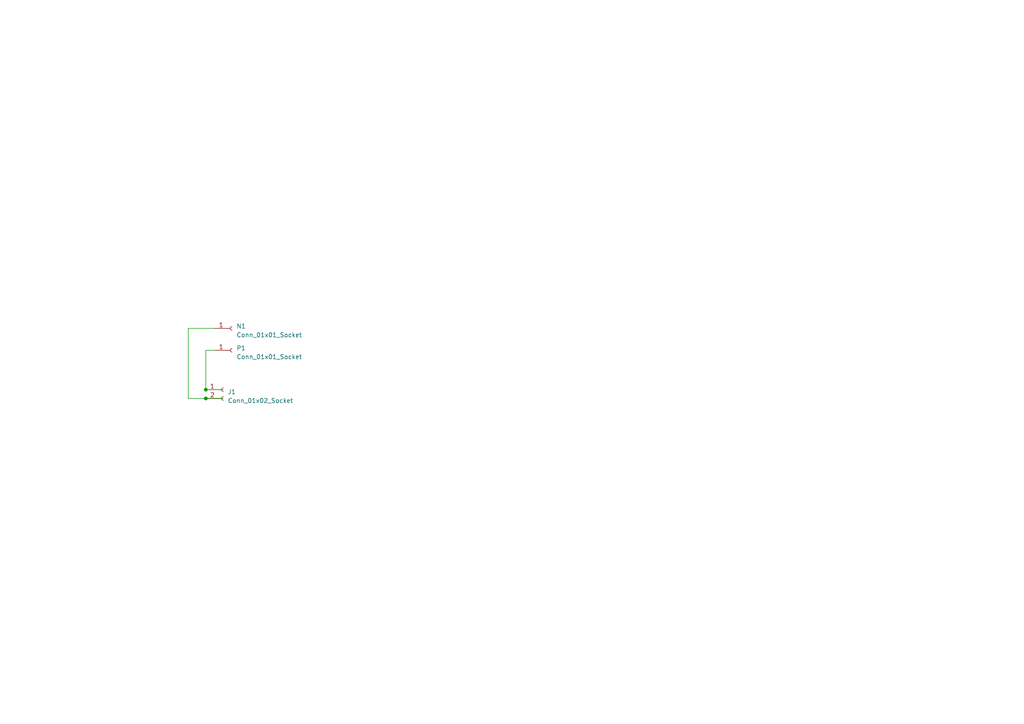
<source format=kicad_sch>
(kicad_sch (version 20230121) (generator eeschema)
  (paper "A4")
  (lib_symbols
    (symbol "Connector:Conn_01x01_Socket" (pin_names (offset 1.016) hide)
      (property "Reference" "J" (at 0 2.54 0))
      (property "Value" "Conn_01x01_Socket" (at 0 -2.54 0))
      (symbol "Conn_01x01_Socket_1_1"
        (polyline (pts (xy -1.27 0) (xy -0.508 0)) (stroke (width 0.1524)))
        (arc (start 0 0.508) (mid -0.5058 0) (end 0 -0.508) (stroke (width 0.1524)))
        (pin passive line (at -5.08 0 0) (length 3.81) (name "Pin_1") (number "1"))
      )
    )
    (symbol "Connector:Conn_01x02_Socket" (pin_names (offset 1.016) hide)
      (property "Reference" "J" (at 0 2.54 0))
      (property "Value" "Conn_01x02_Socket" (at 0 -5.08 0))
      (symbol "Conn_01x02_Socket_1_1"
        (arc (start 0 -2.032) (mid -0.5058 -2.54) (end 0 -3.048) (stroke (width 0.1524)))
        (polyline (pts (xy -1.27 -2.54) (xy -0.508 -2.54)) (stroke (width 0.1524)))
        (polyline (pts (xy -1.27 0) (xy -0.508 0)) (stroke (width 0.1524)))
        (arc (start 0 0.508) (mid -0.5058 0) (end 0 -0.508) (stroke (width 0.1524)))
        (pin passive line (at -5.08 0 0) (length 3.81) (name "Pin_1") (number "1"))
        (pin passive line (at -5.08 -2.54 0) (length 3.81) (name "Pin_2") (number "2"))
      )
    )
  )
  (junction (at 59.69 113.03))
  (junction (at 59.69 115.57))
  (wire (pts (xy 59.69 113.03) (xy 64.77 113.03)))
  (wire (pts (xy 59.69 101.6) (xy 62.23 101.6)))
  (wire (pts (xy 54.61 115.57) (xy 59.69 115.57)))
  (wire (pts (xy 54.61 95.25) (xy 62.23 95.25)))
  (wire (pts (xy 54.61 95.25) (xy 54.61 115.57)))
  (wire (pts (xy 59.69 115.57) (xy 64.77 115.57)))
  (wire (pts (xy 59.69 101.6) (xy 59.69 113.03)))
  (symbol (lib_id "Connector:Conn_01x01_Socket") (at 67.31 101.6 0) (unit 1)
    (property "Reference" "P1" (at 68.58 100.965 0) (effects (justify left)))
    (property "Value" "Conn_01x01_Socket" (at 68.58 103.505 0) (effects (justify left)))
    (property "Footprint" "Library:SolderWirePad_1x01_SMD_5x10mm_custom" (effects hide))
  )
  (symbol (lib_id "Connector:Conn_01x01_Socket") (at 67.31 95.25 0) (unit 1)
    (property "Reference" "N1" (at 68.58 94.615 0) (effects (justify left)))
    (property "Value" "Conn_01x01_Socket" (at 68.58 97.155 0) (effects (justify left)))
    (property "Footprint" "Library:SolderWirePad_1x01_SMD_5x10mm_custom" (effects hide))
  )
  (symbol (lib_id "Connector:Conn_01x02_Socket") (at 64.77 113.03 0) (unit 1)
    (property "Reference" "J1" (at 66.04 113.665 0) (effects (justify left)))
    (property "Value" "Conn_01x02_Socket" (at 66.04 116.205 0) (effects (justify left)))
    (property "Footprint" "Library:Banana_Jack_2Pin_Vert" (effects hide))
  )
)
</source>
